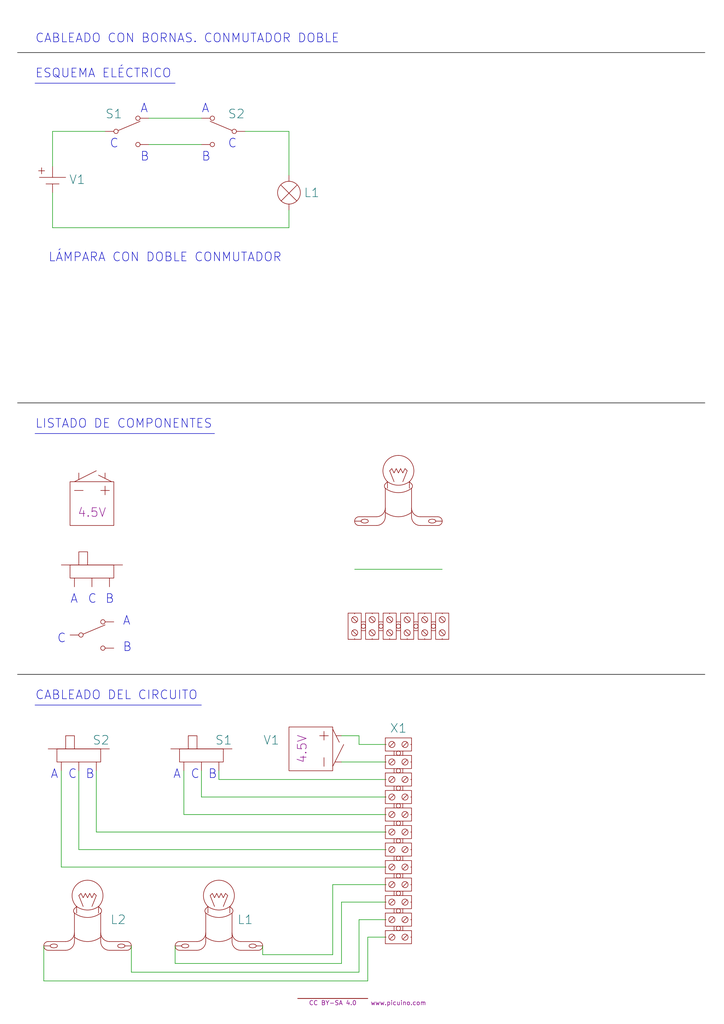
<source format=kicad_sch>
(kicad_sch (version 20211123) (generator eeschema)
  (paper "A4" portrait)
  (title_block (title "CABLEADO CON BORNAS. CONMUTADOR DOBLE") (date "14/12/2018") (company "www.picuino.com") (comment 1 "Copyright (c) 2018 by Carlos Pardo") (comment 2 "License CC BY-SA 4.0"))
  (lib_symbols
    (symbol "simbolos:CopyRight" (pin_names (offset 1.016))
      (property "License" "CC BY-SA 4.0" (at -1.27 -1.27 0))
      (property "Web" "www.picuino.com" (at 0 -1.27 0))
      (symbol "CopyRight_0_1"
        (polyline (pts (xy -10.16 0) (xy 10.16 0)) (stroke (width 0.2032)))
      )
    )
    (symbol "simbolos:Pila" (pin_names (offset 1.016))
      (property "Reference" "V" (at 5.08 -4.445 0))
      (symbol "Pila_0_1"
        (polyline (pts (xy -4.064 -1.27) (xy -2.286 -1.27)))
        (polyline (pts (xy -3.81 -3.175) (xy 3.81 -3.175)))
        (polyline (pts (xy -3.175 -0.381) (xy -3.175 -2.159)))
        (polyline (pts (xy -1.905 -5.08) (xy 1.905 -5.08)))
      )
      (symbol "Pila_1_1"
        (pin input line (at 0 -7.62 90) (length 2.54) (name "") (number ""))
        (pin input line (at 0 0 270) (length 3.175) (name "") (number ""))
      )
    )
    (symbol "simbolos:borna_12x2" (pin_names (offset 1.016))
      (property "Reference" "X" (at 3.81 3.81 0))
      (symbol "borna_12x2_0_1"
        (rectangle (start 0 -53.975) (end 7.62 -57.785))
        (rectangle (start 0 -48.895) (end 7.62 -52.705))
        (rectangle (start 0 -43.815) (end 7.62 -47.625))
        (rectangle (start 0 -38.735) (end 7.62 -42.545))
        (rectangle (start 0 -33.655) (end 7.62 -37.465))
        (rectangle (start 0 -28.575) (end 7.62 -32.385))
        (rectangle (start 0 -23.495) (end 7.62 -27.305))
        (rectangle (start 0 -18.415) (end 7.62 -22.225))
        (rectangle (start 0 -13.335) (end 7.62 -17.145))
        (rectangle (start 0 -8.255) (end 7.62 -12.065))
        (rectangle (start 0 -3.175) (end 7.62 -6.985))
        (polyline (pts (xy 1.27 -56.515) (xy 2.54 -55.245)))
        (polyline (pts (xy 1.27 -51.435) (xy 2.54 -50.165)))
        (polyline (pts (xy 1.27 -46.355) (xy 2.54 -45.085)))
        (polyline (pts (xy 1.27 -41.275) (xy 2.54 -40.005)))
        (polyline (pts (xy 1.27 -36.195) (xy 2.54 -34.925)))
        (polyline (pts (xy 1.27 -31.115) (xy 2.54 -29.845)))
        (polyline (pts (xy 1.27 -26.035) (xy 2.54 -24.765)))
        (polyline (pts (xy 1.27 -20.955) (xy 2.54 -19.685)))
        (polyline (pts (xy 1.27 -15.875) (xy 2.54 -14.605)))
        (polyline (pts (xy 1.27 -10.795) (xy 2.54 -9.525)))
        (polyline (pts (xy 1.27 -5.715) (xy 2.54 -4.445)))
        (polyline (pts (xy 1.27 -0.635) (xy 2.54 0.635)))
        (polyline (pts (xy 2.54 -53.975) (xy 2.54 -52.705)))
        (polyline (pts (xy 2.54 -48.895) (xy 2.54 -47.625)))
        (polyline (pts (xy 2.54 -43.815) (xy 2.54 -42.545)))
        (polyline (pts (xy 2.54 -38.735) (xy 2.54 -37.465)))
        (polyline (pts (xy 2.54 -33.655) (xy 2.54 -32.385)))
        (polyline (pts (xy 2.54 -28.575) (xy 2.54 -27.305)))
        (polyline (pts (xy 2.54 -23.495) (xy 2.54 -22.225)))
        (polyline (pts (xy 2.54 -18.415) (xy 2.54 -17.145)))
        (polyline (pts (xy 2.54 -13.335) (xy 2.54 -12.065)))
        (polyline (pts (xy 2.54 -8.255) (xy 2.54 -6.985)))
        (polyline (pts (xy 2.54 -3.175) (xy 2.54 -1.905)))
        (polyline (pts (xy 5.08 -56.515) (xy 6.35 -55.245)))
        (polyline (pts (xy 5.08 -53.975) (xy 5.08 -52.705)))
        (polyline (pts (xy 5.08 -51.435) (xy 6.35 -50.165)))
        (polyline (pts (xy 5.08 -48.895) (xy 5.08 -47.625)))
        (polyline (pts (xy 5.08 -46.355) (xy 6.35 -45.085)))
        (polyline (pts (xy 5.08 -43.815) (xy 5.08 -42.545)))
        (polyline (pts (xy 5.08 -41.275) (xy 6.35 -40.005)))
        (polyline (pts (xy 5.08 -38.735) (xy 5.08 -37.465)))
        (polyline (pts (xy 5.08 -36.195) (xy 6.35 -34.925)))
        (polyline (pts (xy 5.08 -33.655) (xy 5.08 -32.385)))
        (polyline (pts (xy 5.08 -31.115) (xy 6.35 -29.845)))
        (polyline (pts (xy 5.08 -28.575) (xy 5.08 -27.305)))
        (polyline (pts (xy 5.08 -26.035) (xy 6.35 -24.765)))
        (polyline (pts (xy 5.08 -23.495) (xy 5.08 -22.225)))
        (polyline (pts (xy 5.08 -20.955) (xy 6.35 -19.685)))
        (polyline (pts (xy 5.08 -18.415) (xy 5.08 -17.145)))
        (polyline (pts (xy 5.08 -15.875) (xy 6.35 -14.605)))
        (polyline (pts (xy 5.08 -13.335) (xy 5.08 -12.065)))
        (polyline (pts (xy 5.08 -10.795) (xy 6.35 -9.525)))
        (polyline (pts (xy 5.08 -8.255) (xy 5.08 -6.985)))
        (polyline (pts (xy 5.08 -5.715) (xy 6.35 -4.445)))
        (polyline (pts (xy 5.08 -3.175) (xy 5.08 -1.905)))
        (polyline (pts (xy 5.08 -0.635) (xy 6.35 0.635)))
        (rectangle (start 0 1.905) (end 7.62 -1.905))
        (circle (center 1.905 -55.88) (radius 0.889))
        (circle (center 1.905 -50.8) (radius 0.889))
        (circle (center 1.905 -45.72) (radius 0.889))
        (circle (center 1.905 -40.64) (radius 0.889))
        (circle (center 1.905 -35.56) (radius 0.889))
        (circle (center 1.905 -30.48) (radius 0.889))
        (circle (center 1.905 -25.4) (radius 0.889))
        (circle (center 1.905 -20.32) (radius 0.889))
        (circle (center 1.905 -15.24) (radius 0.889))
        (circle (center 1.905 -10.16) (radius 0.889))
        (circle (center 1.905 -5.08) (radius 0.889))
        (circle (center 1.905 0) (radius 0.889))
        (circle (center 3.81 -53.34) (radius 0.635))
        (circle (center 3.81 -48.26) (radius 0.635))
        (circle (center 3.81 -43.18) (radius 0.635))
        (circle (center 3.81 -38.1) (radius 0.635))
        (circle (center 3.81 -33.02) (radius 0.635))
        (circle (center 3.81 -27.94) (radius 0.635))
        (circle (center 3.81 -22.86) (radius 0.635))
        (circle (center 3.81 -17.78) (radius 0.635))
        (circle (center 3.81 -12.7) (radius 0.635))
        (circle (center 3.81 -7.62) (radius 0.635))
        (circle (center 3.81 -2.54) (radius 0.635))
        (circle (center 5.715 -55.88) (radius 0.889))
        (circle (center 5.715 -50.8) (radius 0.889))
        (circle (center 5.715 -45.72) (radius 0.889))
        (circle (center 5.715 -40.64) (radius 0.889))
        (circle (center 5.715 -35.56) (radius 0.889))
        (circle (center 5.715 -30.48) (radius 0.889))
        (circle (center 5.715 -25.4) (radius 0.889))
        (circle (center 5.715 -20.32) (radius 0.889))
        (circle (center 5.715 -15.24) (radius 0.889))
        (circle (center 5.715 -10.16) (radius 0.889))
        (circle (center 5.715 -5.08) (radius 0.889))
        (circle (center 5.715 0) (radius 0.889))
      )
      (symbol "borna_12x2_1_1"
        (pin input line (at 0 -55.88 0) (length 0.254) (name "") (number ""))
        (pin input line (at 0 -50.8 0) (length 0.254) (name "") (number ""))
        (pin input line (at 0 -45.72 0) (length 0.254) (name "") (number ""))
        (pin input line (at 0 -40.64 0) (length 0.254) (name "") (number ""))
        (pin input line (at 0 -35.56 0) (length 0.254) (name "") (number ""))
        (pin input line (at 0 -30.48 0) (length 0.254) (name "") (number ""))
        (pin input line (at 0 -25.4 0) (length 0.254) (name "") (number ""))
        (pin input line (at 0 -20.32 0) (length 0.254) (name "") (number ""))
        (pin input line (at 0 -15.24 0) (length 0.254) (name "") (number ""))
        (pin input line (at 0 -10.16 0) (length 0.254) (name "") (number ""))
        (pin input line (at 0 -5.08 0) (length 0.254) (name "") (number ""))
        (pin input line (at 0 0 0) (length 0.254) (name "") (number ""))
        (pin input line (at 7.62 -55.88 180) (length 0.254) (name "") (number ""))
        (pin input line (at 7.62 -50.8 180) (length 0.254) (name "") (number ""))
        (pin input line (at 7.62 -45.72 180) (length 0.254) (name "") (number ""))
        (pin input line (at 7.62 -40.64 180) (length 0.254) (name "") (number ""))
        (pin input line (at 7.62 -35.56 180) (length 0.254) (name "") (number ""))
        (pin input line (at 7.62 -30.48 180) (length 0.254) (name "") (number ""))
        (pin input line (at 7.62 -25.4 180) (length 0.254) (name "") (number ""))
        (pin input line (at 7.62 -20.32 180) (length 0.254) (name "") (number ""))
        (pin input line (at 7.62 -15.24 180) (length 0.254) (name "") (number ""))
        (pin input line (at 7.62 -10.16 180) (length 0.254) (name "") (number ""))
        (pin input line (at 7.62 -5.08 180) (length 0.254) (name "") (number ""))
        (pin input line (at 7.62 0 180) (length 0.254) (name "") (number ""))
      )
    )
    (symbol "simbolos:borna_6x2" (pin_names (offset 1.016))
      (property "Reference" "X" (at 3.81 3.81 0))
      (symbol "borna_6x2_0_1"
        (rectangle (start 0 -23.495) (end 7.62 -27.305))
        (rectangle (start 0 -18.415) (end 7.62 -22.225))
        (rectangle (start 0 -13.335) (end 7.62 -17.145))
        (rectangle (start 0 -8.255) (end 7.62 -12.065))
        (rectangle (start 0 -3.175) (end 7.62 -6.985))
        (polyline (pts (xy 1.27 -26.035) (xy 2.54 -24.765)))
        (polyline (pts (xy 1.27 -20.955) (xy 2.54 -19.685)))
        (polyline (pts (xy 1.27 -15.875) (xy 2.54 -14.605)))
        (polyline (pts (xy 1.27 -10.795) (xy 2.54 -9.525)))
        (polyline (pts (xy 1.27 -5.715) (xy 2.54 -4.445)))
        (polyline (pts (xy 1.27 -0.635) (xy 2.54 0.635)))
        (polyline (pts (xy 2.54 -23.495) (xy 2.54 -22.225)))
        (polyline (pts (xy 2.54 -18.415) (xy 2.54 -17.145)))
        (polyline (pts (xy 2.54 -13.335) (xy 2.54 -12.065)))
        (polyline (pts (xy 2.54 -8.255) (xy 2.54 -6.985)))
        (polyline (pts (xy 2.54 -3.175) (xy 2.54 -1.905)))
        (polyline (pts (xy 5.08 -26.035) (xy 6.35 -24.765)))
        (polyline (pts (xy 5.08 -23.495) (xy 5.08 -22.225)))
        (polyline (pts (xy 5.08 -20.955) (xy 6.35 -19.685)))
        (polyline (pts (xy 5.08 -18.415) (xy 5.08 -17.145)))
        (polyline (pts (xy 5.08 -15.875) (xy 6.35 -14.605)))
        (polyline (pts (xy 5.08 -13.335) (xy 5.08 -12.065)))
        (polyline (pts (xy 5.08 -10.795) (xy 6.35 -9.525)))
        (polyline (pts (xy 5.08 -8.255) (xy 5.08 -6.985)))
        (polyline (pts (xy 5.08 -5.715) (xy 6.35 -4.445)))
        (polyline (pts (xy 5.08 -3.175) (xy 5.08 -1.905)))
        (polyline (pts (xy 5.08 -0.635) (xy 6.35 0.635)))
        (rectangle (start 0 1.905) (end 7.62 -1.905))
        (circle (center 1.905 -25.4) (radius 0.889))
        (circle (center 1.905 -20.32) (radius 0.889))
        (circle (center 1.905 -15.24) (radius 0.889))
        (circle (center 1.905 -10.16) (radius 0.889))
        (circle (center 1.905 -5.08) (radius 0.889))
        (circle (center 1.905 0) (radius 0.889))
        (circle (center 3.81 -22.86) (radius 0.635))
        (circle (center 3.81 -17.78) (radius 0.635))
        (circle (center 3.81 -12.7) (radius 0.635))
        (circle (center 3.81 -7.62) (radius 0.635))
        (circle (center 3.81 -2.54) (radius 0.635))
        (circle (center 5.715 -25.4) (radius 0.889))
        (circle (center 5.715 -20.32) (radius 0.889))
        (circle (center 5.715 -15.24) (radius 0.889))
        (circle (center 5.715 -10.16) (radius 0.889))
        (circle (center 5.715 -5.08) (radius 0.889))
        (circle (center 5.715 0) (radius 0.889))
      )
      (symbol "borna_6x2_1_1"
        (pin input line (at 0 -25.4 0) (length 0.254) (name "") (number ""))
        (pin input line (at 0 -20.32 0) (length 0.254) (name "") (number ""))
        (pin input line (at 0 -15.24 0) (length 0.254) (name "") (number ""))
        (pin input line (at 0 -10.16 0) (length 0.254) (name "") (number ""))
        (pin input line (at 0 -5.08 0) (length 0.254) (name "") (number ""))
        (pin input line (at 0 0 0) (length 0.254) (name "") (number ""))
        (pin input line (at 7.62 -25.4 180) (length 0.254) (name "") (number ""))
        (pin input line (at 7.62 -20.32 180) (length 0.254) (name "") (number ""))
        (pin input line (at 7.62 -15.24 180) (length 0.254) (name "") (number ""))
        (pin input line (at 7.62 -10.16 180) (length 0.254) (name "") (number ""))
        (pin input line (at 7.62 -5.08 180) (length 0.254) (name "") (number ""))
        (pin input line (at 7.62 0 180) (length 0.254) (name "") (number ""))
      )
    )
    (symbol "simbolos:conmutador" (pin_names (offset 1.016))
      (property "Reference" "S" (at 4.445 3.175 0))
      (symbol "conmutador_0_0"
        (circle (center 3.175 0) (radius 0.635))
        (circle (center 9.525 -3.81) (radius 0.635))
        (circle (center 9.525 3.81) (radius 0.635))
      )
      (symbol "conmutador_0_1"
        (polyline (pts (xy 10.16 2.921) (xy 3.81 0.254)))
      )
      (symbol "conmutador_1_1"
        (pin input line (at 0 0 0) (length 2.54) (name "") (number ""))
        (pin input line (at 12.7 -3.81 180) (length 2.54) (name "") (number ""))
        (pin input line (at 12.7 3.81 180) (length 2.54) (name "") (number ""))
      )
    )
    (symbol "simbolos:lampara" (pin_names (offset 1.016))
      (property "Reference" "L" (at 4.445 -5.08 0))
      (symbol "lampara_0_1"
        (circle (center 0 -5.08) (radius 3.302))
        (polyline (pts (xy -2.286 -7.493) (xy 2.286 -2.921)))
        (polyline (pts (xy -2.286 -2.921) (xy 2.286 -7.493)))
      )
      (symbol "lampara_1_1"
        (pin input line (at 0 -10.16 90) (length 1.778) (name "") (number ""))
        (pin input line (at 0 0 270) (length 1.778) (name "") (number ""))
      )
    )
    (symbol "simbolos:lampara_pack" (pin_names (offset 1.016))
      (property "Reference" "L" (at 17.78 6.35 0))
      (symbol "lampara_pack_0_1"
        (polyline (pts (xy 1.27 -1.27) (xy 6.35 -1.27)))
        (polyline (pts (xy 6.35 1.27) (xy 1.27 1.27)))
        (polyline (pts (xy 8.89 1.27) (xy 8.89 9.525)))
        (polyline (pts (xy 8.89 10.795) (xy 9.525 11.43)))
        (polyline (pts (xy 9.525 11.43) (xy 9.525 9.525)))
        (polyline (pts (xy 11.43 11.43) (xy 10.16 14.605)))
        (polyline (pts (xy 13.97 11.43) (xy 15.24 14.605)))
        (polyline (pts (xy 15.875 11.43) (xy 15.875 9.525)))
        (polyline (pts (xy 16.51 1.27) (xy 16.51 9.525)))
        (polyline (pts (xy 16.51 10.795) (xy 15.875 11.43)))
        (polyline (pts (xy 19.05 1.27) (xy 24.13 1.27)))
        (polyline (pts (xy 24.13 -1.27) (xy 19.05 -1.27)))
        (polyline (pts (xy 10.16 14.605) (xy 10.795 15.24) (xy 11.43 13.97) (xy 12.065 15.24) (xy 12.7 13.97) (xy 13.335 15.24) (xy 13.97 13.97) (xy 14.605 15.24) (xy 15.24 14.605)))
        (arc (start 1.27 1.27) (mid 0 0) (end 1.27 -1.27))
        (arc (start 2.159 -0.381) (mid 2.921 -0.5609) (end 3.683 -0.381))
        (arc (start 2.159 0.381) (mid 1.8844 0) (end 2.159 -0.381))
        (arc (start 3.683 -0.381) (mid 3.9576 0) (end 3.683 0.381))
        (arc (start 3.683 0.381) (mid 2.921 0.5609) (end 2.159 0.381))
        (arc (start 6.35 -1.27) (mid 8.1297 -0.5171) (end 8.89 1.27))
        (arc (start 6.35 1.27) (mid 8.1297 2.0229) (end 8.89 3.81))
        (arc (start 8.89 2.54) (mid 12.7 1.27) (end 16.51 2.54))
        (arc (start 8.89 9.525) (mid 12.7 8.255) (end 16.51 9.525))
        (arc (start 8.89 10.795) (mid 8.627 10.16) (end 8.89 9.525))
        (arc (start 9.525 11.43) (mid 12.7 10.4125) (end 15.875 11.43))
        (arc (start 12.7 19.05) (mid 8.5493 16.3021) (end 9.525 11.43))
        (arc (start 15.875 11.43) (mid 16.8357 16.2958) (end 12.7 19.05))
        (arc (start 16.51 1.27) (mid 17.2523 -0.5349) (end 19.05 -1.27))
        (arc (start 16.51 3.81) (mid 17.2523 2.0051) (end 19.05 1.27))
        (arc (start 16.51 9.525) (mid 16.773 10.16) (end 16.51 10.795))
        (arc (start 21.717 -0.381) (mid 22.479 -0.5609) (end 23.241 -0.381))
        (arc (start 21.717 0.381) (mid 21.4424 0) (end 21.717 -0.381))
        (arc (start 23.241 -0.381) (mid 23.5156 0) (end 23.241 0.381))
        (arc (start 23.241 0.381) (mid 22.479 0.5609) (end 21.717 0.381))
        (arc (start 24.13 -1.27) (mid 25.4 0) (end 24.13 1.27))
      )
      (symbol "lampara_pack_1_1"
        (pin input line (at 0 0 0) (length 1.905) (name "") (number ""))
        (pin input line (at 25.4 0 180) (length 1.905) (name "") (number ""))
      )
    )
    (symbol "simbolos:pila_petaca" (pin_names (offset 1.016))
      (property "Reference" "V" (at 11.43 -8.89 0))
      (property "V" "4.5V" (at 3.81 -12.7 0))
      (symbol "pila_petaca_0_1"
        (rectangle (start -2.54 -2.54) (end 10.16 -15.24))
        (polyline (pts (xy -1.27 -5.08) (xy 1.27 -5.08)))
        (polyline (pts (xy -1.27 -2.54) (xy 5.08 0.635)))
        (polyline (pts (xy 7.62 -3.81) (xy 7.62 -6.35)))
        (polyline (pts (xy 8.89 -5.08) (xy 6.35 -5.08)))
        (polyline (pts (xy 9.525 -2.54) (xy 5.715 -0.635)))
      )
      (symbol "pila_petaca_1_1"
        (pin input line (at 0 0 270) (length 1.905) (name "") (number ""))
        (pin input line (at 7.62 0 270) (length 1.524) (name "") (number ""))
      )
    )
    (symbol "simbolos:selector_pack" (pin_names (offset 1.016))
      (property "Reference" "S" (at 11.43 8.89 0))
      (symbol "selector_pack_0_1"
        (rectangle (start -1.27 6.35) (end 11.43 2.54))
        (polyline (pts (xy 13.97 6.35) (xy -3.81 6.35)))
        (polyline (pts (xy 1.27 6.35) (xy 1.27 10.16) (xy 3.81 10.16) (xy 3.81 6.35)))
      )
      (symbol "selector_pack_1_1"
        (pin input line (at 0 0 90) (length 2.54) (name "") (number ""))
        (pin input line (at 5.08 0 90) (length 2.54) (name "") (number ""))
        (pin input line (at 10.16 0 90) (length 2.54) (name "") (number ""))
      )
    )
  )
  (wire (pts (xy 96.52 256.54) (xy 96.52 276.86)))
  (wire (pts (xy 99.06 261.62) (xy 111.76 261.62)))
  (wire (pts (xy 99.06 261.62) (xy 99.06 279.4)))
  (wire (pts (xy 43.18 41.91) (xy 58.42 41.91)))
  (polyline (pts (xy 10.16 24.13) (xy 50.8 24.13)) (stroke (width 0) (type solid)))
  (wire (pts (xy 71.12 38.1) (xy 83.82 38.1)))
  (wire (pts (xy 38.1 274.32) (xy 38.1 281.94)))
  (wire (pts (xy 43.18 34.29) (xy 58.42 34.29)))
  (wire (pts (xy 15.24 66.04) (xy 15.24 55.88)))
  (wire (pts (xy 15.24 48.26) (xy 15.24 38.1)))
  (wire (pts (xy 106.68 271.78) (xy 106.68 284.48)))
  (wire (pts (xy 106.68 284.48) (xy 12.7 284.48)))
  (wire (pts (xy 83.82 66.04) (xy 83.82 60.96)))
  (wire (pts (xy 96.52 256.54) (xy 111.76 256.54)))
  (wire (pts (xy 104.14 266.7) (xy 111.76 266.7)))
  (polyline (pts (xy 10.16 204.47) (xy 58.42 204.47)) (stroke (width 0) (type solid)))
  (wire (pts (xy 15.24 66.04) (xy 83.82 66.04)))
  (wire (pts (xy 83.82 38.1) (xy 83.82 50.8)))
  (wire (pts (xy 99.06 220.98) (xy 111.76 220.98)))
  (wire (pts (xy 104.14 213.36) (xy 99.06 213.36)))
  (polyline (pts (xy 5.08 116.84) (xy 204.47 116.84)) (stroke (width 0) (type solid) (color 0 0 0 1)))
  (wire (pts (xy 102.87 165.1) (xy 128.27 165.1)))
  (wire (pts (xy 76.2 274.32) (xy 76.2 276.86)))
  (wire (pts (xy 17.78 223.52) (xy 17.78 251.46)))
  (wire (pts (xy 58.42 223.52) (xy 58.42 231.14)))
  (wire (pts (xy 27.94 241.3) (xy 27.94 223.52)))
  (wire (pts (xy 53.34 236.22) (xy 53.34 223.52)))
  (wire (pts (xy 104.14 266.7) (xy 104.14 281.94)))
  (wire (pts (xy 50.8 279.4) (xy 99.06 279.4)))
  (wire (pts (xy 111.76 251.46) (xy 17.78 251.46)))
  (wire (pts (xy 15.24 38.1) (xy 30.48 38.1)))
  (wire (pts (xy 76.2 276.86) (xy 96.52 276.86)))
  (wire (pts (xy 111.76 236.22) (xy 53.34 236.22)))
  (wire (pts (xy 111.76 271.78) (xy 106.68 271.78)))
  (wire (pts (xy 22.86 246.38) (xy 111.76 246.38)))
  (polyline (pts (xy 5.08 195.58) (xy 204.47 195.58)) (stroke (width 0) (type solid) (color 0 0 0 1)))
  (wire (pts (xy 12.7 284.48) (xy 12.7 274.32)))
  (wire (pts (xy 111.76 226.06) (xy 63.5 226.06)))
  (wire (pts (xy 38.1 281.94) (xy 104.14 281.94)))
  (wire (pts (xy 111.76 241.3) (xy 27.94 241.3)))
  (wire (pts (xy 104.14 215.9) (xy 111.76 215.9)))
  (polyline (pts (xy 10.16 125.73) (xy 62.23 125.73)) (stroke (width 0) (type solid)))
  (wire (pts (xy 104.14 215.9) (xy 104.14 213.36)))
  (wire (pts (xy 58.42 231.14) (xy 111.76 231.14)))
  (wire (pts (xy 22.86 223.52) (xy 22.86 246.38)))
  (wire (pts (xy 63.5 226.06) (xy 63.5 223.52)))
  (polyline (pts (xy 5.08 15.24) (xy 204.47 15.24)) (stroke (width 0) (type solid) (color 0 0 0 1)))
  (wire (pts (xy 50.8 274.32) (xy 50.8 279.4)))
  (text "LISTADO DE COMPONENTES" (at 10.16 124.46 0) (effects (font (size 2.54 2.54)) (justify left bottom)))
  (text "B" (at 58.42 46.99 0) (effects (font (size 2.54 2.54)) (justify left bottom)))
  (text "A" (at 40.64 33.02 0) (effects (font (size 2.54 2.54)) (justify left bottom)))
  (text "CABLEADO DEL CIRCUITO" (at 10.16 203.2 0) (effects (font (size 2.54 2.54)) (justify left bottom)))
  (text "B" (at 60.325 226.06 0) (effects (font (size 2.54 2.54)) (justify left bottom)))
  (text "ESQUEMA ELÉCTRICO" (at 10.16 22.86 0) (effects (font (size 2.54 2.54)) (justify left bottom)))
  (text "A" (at 50.165 226.06 0) (effects (font (size 2.54 2.54)) (justify left bottom)))
  (text "C" (at 16.51 186.69 0) (effects (font (size 2.54 2.54)) (justify left bottom)))
  (text "A" (at 14.605 226.06 0) (effects (font (size 2.54 2.54)) (justify left bottom)))
  (text "C" (at 66.04 43.18 0) (effects (font (size 2.54 2.54)) (justify left bottom)))
  (text "B" (at 24.765 226.06 0) (effects (font (size 2.54 2.54)) (justify left bottom)))
  (text "B" (at 40.64 46.99 0) (effects (font (size 2.54 2.54)) (justify left bottom)))
  (text "CABLEADO CON BORNAS. CONMUTADOR DOBLE" (at 10.16 12.7 0) (effects (font (size 2.54 2.54)) (justify left bottom)))
  (text "B" (at 35.56 189.23 0) (effects (font (size 2.54 2.54)) (justify left bottom)))
  (text "C" (at 55.245 226.06 0) (effects (font (size 2.54 2.54)) (justify left bottom)))
  (text "A" (at 58.42 33.02 0) (effects (font (size 2.54 2.54)) (justify left bottom)))
  (text "A" (at 20.32 175.26 0) (effects (font (size 2.54 2.54)) (justify left bottom)))
  (text "C" (at 31.75 43.18 0) (effects (font (size 2.54 2.54)) (justify left bottom)))
  (text "C" (at 25.4 175.26 0) (effects (font (size 2.54 2.54)) (justify left bottom)))
  (text "LÁMPARA CON DOBLE CONMUTADOR" (at 13.97 76.2 0) (effects (font (size 2.54 2.54)) (justify left bottom)))
  (text "C" (at 19.685 226.06 0) (effects (font (size 2.54 2.54)) (justify left bottom)))
  (text "A" (at 35.56 181.61 0) (effects (font (size 2.54 2.54)) (justify left bottom)))
  (text "B" (at 30.48 175.26 0) (effects (font (size 2.54 2.54)) (justify left bottom)))
  (symbol (lib_id "simbolos:selector_pack") (at 21.59 170.18 0) (unit 1)
    (property "Reference" "S?" (effects hide))
    (property "Value" "selector_pack" (effects hide))
  )
  (symbol (lib_id "simbolos:CopyRight") (at 96.52 289.56 0) (unit 1)
    (property "Reference" "CP1" (effects hide))
    (property "Value" "CopyRight" (effects hide))
    (property "License" "CC BY-SA 4.0" (at 96.52 290.83 0))
    (property "Web" "www.picuino.com" (at 115.57 290.83 0))
  )
  (symbol (lib_id "simbolos:lampara_pack") (at 12.7 274.32 0) (unit 1)
    (property "Reference" "L2" (at 34.29 266.7 0) (effects (font (size 2.54 2.54))))
    (property "Value" "lampara_pack" (effects hide))
  )
  (symbol (lib_id "simbolos:conmutador") (at 71.12 38.1 0) (mirror y) (unit 1)
    (property "Reference" "S2" (at 68.58 33.02 0) (effects (font (size 2.54 2.54))))
    (property "Value" "conmutador" (effects hide))
  )
  (symbol (lib_id "simbolos:lampara_pack") (at 50.8 274.32 0) (unit 1)
    (property "Reference" "L1" (at 71.12 266.7 0) (effects (font (size 2.54 2.54))))
    (property "Value" "lampara_pack" (effects hide))
  )
  (symbol (lib_id "simbolos:Pila") (at 15.24 48.26 0) (unit 1)
    (property "Reference" "V1" (at 19.8882 52.07 0) (effects (font (size 2.54 2.54)) (justify left)))
    (property "Value" "Pila" (effects hide))
  )
  (symbol (lib_id "simbolos:selector_pack") (at 53.34 223.52 0) (unit 1)
    (property "Reference" "S1" (at 62.23 214.63 0) (effects (font (size 2.54 2.54)) (justify left)))
    (property "Value" "selector_pack" (effects hide))
  )
  (symbol (lib_id "simbolos:lampara") (at 83.82 50.8 0) (unit 1)
    (property "Reference" "L1" (at 87.9602 55.88 0) (effects (font (size 2.54 2.54)) (justify left)))
    (property "Value" "lampara" (effects hide))
  )
  (symbol (lib_id "simbolos:conmutador") (at 30.48 38.1 0) (unit 1)
    (property "Reference" "S1" (at 33.02 33.02 0) (effects (font (size 2.54 2.54))))
    (property "Value" "conmutador" (effects hide))
  )
  (symbol (lib_id "simbolos:conmutador") (at 20.32 184.15 0) (unit 1)
    (property "Reference" "S?" (effects hide))
    (property "Value" "conmutador" (effects hide))
  )
  (symbol (lib_id "simbolos:lampara_pack") (at 102.87 151.13 0) (unit 1)
    (property "Reference" "L?" (effects hide))
    (property "Value" "lampara_pack" (effects hide))
  )
  (symbol (lib_id "simbolos:borna_6x2") (at 128.27 177.8 270) (unit 1)
    (property "Reference" "X?" (effects hide))
    (property "Value" "borna_6x2" (effects hide))
  )
  (symbol (lib_id "simbolos:borna_12x2") (at 111.76 215.9 0) (unit 1)
    (property "Reference" "X1" (at 115.57 211.1756 0) (effects (font (size 2.54 2.54))))
    (property "Value" "borna_12x2" (effects hide))
  )
  (symbol (lib_id "simbolos:pila_petaca") (at 99.06 220.98 270) (mirror x) (unit 1)
    (property "Reference" "V1" (at 76.2 214.63 90) (effects (font (size 2.54 2.54)) (justify left)))
    (property "Value" "pila_petaca" (effects hide))
    (property "V" "4.5V" (at 87.63 217.17 0) (effects (font (size 2.54 2.54))))
  )
  (symbol (lib_id "simbolos:selector_pack") (at 17.78 223.52 0) (unit 1)
    (property "Reference" "S2" (at 26.67 214.63 0) (effects (font (size 2.54 2.54)) (justify left)))
    (property "Value" "selector_pack" (effects hide))
  )
  (symbol (lib_id "simbolos:pila_petaca") (at 22.86 137.16 0) (unit 1)
    (property "Reference" "V?" (effects hide))
    (property "Value" "pila_petaca" (effects hide))
    (property "V" "4.5V" (at 26.67 148.59 0) (effects (font (size 2.54 2.54))))
  )
)
</source>
